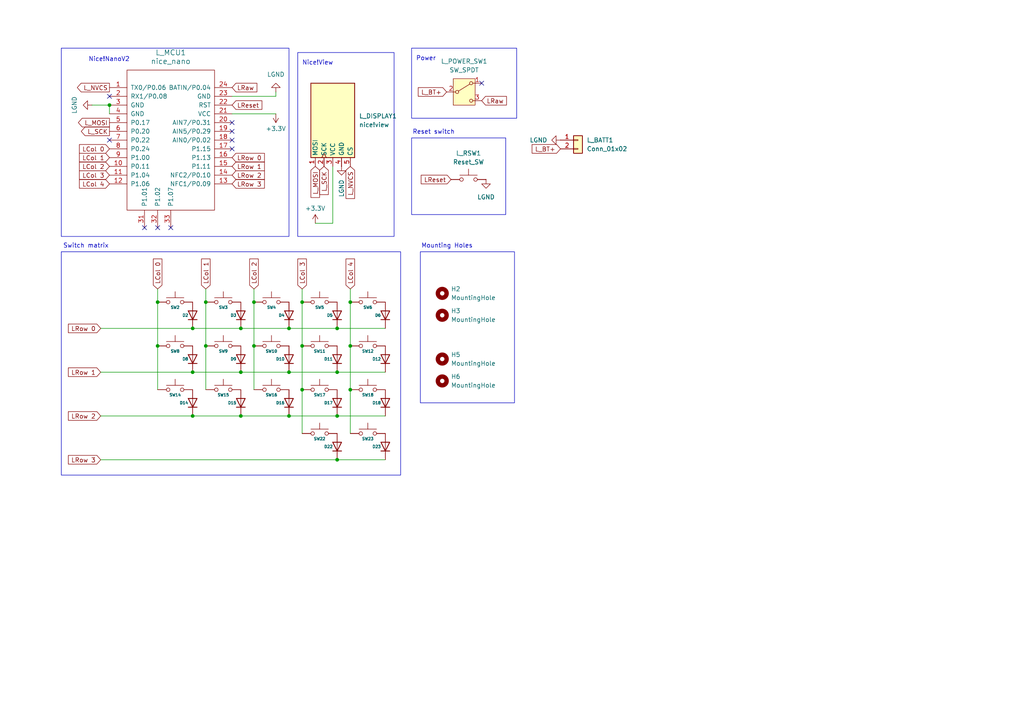
<source format=kicad_sch>
(kicad_sch (version 20231120) (generator "eeschema") (generator_version "8.0")
  (paper "A4")
  (lib_symbols
    (symbol "Connector_Generic:Conn_01x02" (pin_names (offset 1.016) hide)
      (property "Reference" "J" (at 0 2.54 0))
      (property "Value" "Conn_01x02" (at 0 -5.08 0))
      (symbol "Conn_01x02_1_1"
        (rectangle (start -1.27 -2.413) (end 0 -2.667) (stroke (width 0.1524)))
        (rectangle (start -1.27 0.127) (end 0 -0.127) (stroke (width 0.1524)))
        (rectangle (start -1.27 1.27) (end 1.27 -3.81) (stroke (width 0.254)) (fill (type background)))
        (pin passive line (at -5.08 0 0) (length 3.81) (name "Pin_1") (number "1"))
        (pin passive line (at -5.08 -2.54 0) (length 3.81) (name "Pin_2") (number "2"))
      )
    )
    (symbol "Device:D" (pin_numbers hide) (pin_names (offset 1.016) hide)
      (property "Reference" "D" (at 0 2.54 0))
      (property "Value" "D" (at 0 -2.54 0))
      (symbol "D_0_1"
        (polyline (pts (xy -1.27 1.27) (xy -1.27 -1.27)) (stroke (width 0.254)))
        (polyline (pts (xy 1.27 0) (xy -1.27 0)))
        (polyline (pts (xy 1.27 1.27) (xy 1.27 -1.27) (xy -1.27 0) (xy 1.27 1.27)) (stroke (width 0.254)))
      )
      (symbol "D_1_1"
        (pin passive line (at -3.81 0 0) (length 2.54) (name "K") (number "1"))
        (pin passive line (at 3.81 0 180) (length 2.54) (name "A") (number "2"))
      )
    )
    (symbol "Mechanical:MountingHole" (pin_names (offset 1.016)) (exclude_from_sim yes) (in_bom no)
      (property "Reference" "H" (at 0 5.08 0))
      (property "Value" "MountingHole" (at 0 3.175 0))
      (symbol "MountingHole_0_1"
        (circle (center 0 0) (radius 1.27) (stroke (width 1.27)))
      )
    )
    (symbol "Switch:SW_Push" (pin_numbers hide) (pin_names (offset 1.016) hide)
      (property "Reference" "SW" (at 1.27 2.54 0))
      (property "Value" "SW_Push" (at 0 -1.524 0))
      (symbol "SW_Push_0_1"
        (circle (center -2.032 0) (radius 0.508))
        (polyline (pts (xy 0 1.27) (xy 0 3.048)))
        (polyline (pts (xy 2.54 1.27) (xy -2.54 1.27)))
        (circle (center 2.032 0) (radius 0.508))
        (pin passive line (at -5.08 0 0) (length 2.54) (name "1") (number "1"))
        (pin passive line (at 5.08 0 180) (length 2.54) (name "2") (number "2"))
      )
    )
    (symbol "Switch:SW_SPDT" (pin_names (offset 0) hide)
      (property "Reference" "SW" (at 0 5.08 0))
      (property "Value" "SW_SPDT" (at 0 -5.08 0))
      (symbol "SW_SPDT_0_1"
        (circle (center -2.032 0) (radius 0.4572))
        (polyline (pts (xy -1.651 0.254) (xy 1.651 2.286)))
        (circle (center 2.032 -2.54) (radius 0.4572))
        (circle (center 2.032 2.54) (radius 0.4572))
      )
      (symbol "SW_SPDT_1_1"
        (rectangle (start -3.175 3.81) (end 3.175 -3.81) (fill (type background)))
        (pin passive line (at 5.08 2.54 180) (length 2.54) (name "A") (number "1"))
        (pin passive line (at -5.08 0 0) (length 2.54) (name "B") (number "2"))
        (pin passive line (at 5.08 -2.54 180) (length 2.54) (name "C") (number "3"))
      )
    )
    (symbol "nice_nano:nice!view"
      (property "Reference" "Display1" (at -3.81 1.2669 0))
      (property "Value" "nice!view" (at -3.81 -1.27 0))
      (symbol "nice!view_0_1"
        (rectangle (start -6.35 11.43) (end 6.35 -10.16) (stroke (width 0.254)) (fill (type background)))
      )
      (symbol "nice!view_1_1"
        (pin input line (at -5.08 -12.7 90) (length 2.54) (name "MOSI") (number "1"))
        (pin input clock (at -2.54 -12.7 90) (length 2.54) (name "SCK") (number "2"))
        (pin power_in line (at 0 -12.7 90) (length 2.54) (name "VCC") (number "3"))
        (pin power_out line (at 2.54 -12.7 90) (length 2.54) (name "GND") (number "4"))
        (pin passive line (at 5.08 -12.7 90) (length 2.54) (name "CS") (number "5"))
      )
    )
    (symbol "nice_nano:nice_nano" (pin_names (offset 1.016))
      (property "Reference" "U1" (at 0 23.4539 0))
      (property "Value" "nice_nano" (at 0 20.1749 0))
      (symbol "nice_nano_0_1"
        (rectangle (start -12.7 -21.59) (end 12.7 19.05))
      )
      (symbol "nice_nano_1_1"
        (pin input line (at -17.78 13.97 0) (length 5.08) (name "TX0/P0.06") (number "1"))
        (pin input line (at -17.78 -8.89 0) (length 5.08) (name "P0.11") (number "10"))
        (pin input line (at -17.78 -11.43 0) (length 5.08) (name "P1.04") (number "11"))
        (pin input line (at -17.78 -13.97 0) (length 5.08) (name "P1.06") (number "12"))
        (pin input line (at 17.78 -13.97 180) (length 5.08) (name "NFC1/P0.09") (number "13"))
        (pin input line (at 17.78 -11.43 180) (length 5.08) (name "NFC2/P0.10") (number "14"))
        (pin input line (at 17.78 -8.89 180) (length 5.08) (name "P1.11") (number "15"))
        (pin input line (at 17.78 -6.35 180) (length 5.08) (name "P1.13") (number "16"))
        (pin input line (at 17.78 -3.81 180) (length 5.08) (name "P1.15") (number "17"))
        (pin input line (at 17.78 -1.27 180) (length 5.08) (name "AIN0/P0.02") (number "18"))
        (pin input line (at 17.78 1.27 180) (length 5.08) (name "AIN5/P0.29") (number "19"))
        (pin input line (at -17.78 11.43 0) (length 5.08) (name "RX1/P0.08") (number "2"))
        (pin input line (at 17.78 3.81 180) (length 5.08) (name "AIN7/P0.31") (number "20"))
        (pin input line (at 17.78 6.35 180) (length 5.08) (name "VCC") (number "21"))
        (pin input line (at 17.78 8.89 180) (length 5.08) (name "RST") (number "22"))
        (pin input line (at 17.78 11.43 180) (length 5.08) (name "GND") (number "23"))
        (pin input line (at 17.78 13.97 180) (length 5.08) (name "BATIN/P0.04") (number "24"))
        (pin input line (at -17.78 8.89 0) (length 5.08) (name "GND") (number "3"))
        (pin input line (at -7.62 -26.67 90) (length 5.08) (name "P1.01") (number "31"))
        (pin input line (at -3.81 -26.67 90) (length 5.08) (name "P1.02") (number "32"))
        (pin input line (at 0 -26.67 90) (length 5.08) (name "P1.07") (number "33"))
        (pin input line (at -17.78 6.35 0) (length 5.08) (name "GND") (number "4"))
        (pin input line (at -17.78 3.81 0) (length 5.08) (name "P0.17") (number "5"))
        (pin input line (at -17.78 1.27 0) (length 5.08) (name "P0.20") (number "6"))
        (pin input line (at -17.78 -1.27 0) (length 5.08) (name "P0.22") (number "7"))
        (pin input line (at -17.78 -3.81 0) (length 5.08) (name "P0.24") (number "8"))
        (pin input line (at -17.78 -6.35 0) (length 5.08) (name "P1.00") (number "9"))
      )
    )
    (symbol "power:+3.3V" (power) (pin_numbers hide) (pin_names (offset 0) hide)
      (property "Value" "+3.3V" (at 0 3.556 0))
      (symbol "+3.3V_0_1"
        (polyline (pts (xy -0.762 1.27) (xy 0 2.54)))
        (polyline (pts (xy 0 0) (xy 0 2.54)))
        (polyline (pts (xy 0 2.54) (xy 0.762 1.27)))
      )
      (symbol "+3.3V_1_1"
        (pin power_in line (at 0 0 90) (length 0) (name "~") (number "1"))
      )
    )
    (symbol "power:GND" (power) (pin_numbers hide) (pin_names (offset 0) hide)
      (property "Value" "GND" (at 0 -3.81 0))
      (symbol "GND_0_1"
        (polyline (pts (xy 0 0) (xy 0 -1.27) (xy 1.27 -1.27) (xy 0 -2.54) (xy -1.27 -1.27) (xy 0 -1.27)))
      )
      (symbol "GND_1_1"
        (pin power_in line (at 0 0 270) (length 0) (name "~") (number "1"))
      )
    )
  )
  (junction (at 83.82 95.25))
  (junction (at 101.6 100.33))
  (junction (at 45.72 87.63))
  (junction (at 83.82 120.65))
  (junction (at 55.88 107.95))
  (junction (at 73.66 100.33))
  (junction (at 55.88 120.65))
  (junction (at 69.85 107.95))
  (junction (at 97.79 107.95))
  (junction (at 97.79 120.65))
  (junction (at 59.69 87.63))
  (junction (at 101.6 113.03))
  (junction (at 59.69 100.33))
  (junction (at 73.66 87.63))
  (junction (at 55.88 95.25))
  (junction (at 45.72 100.33))
  (junction (at 97.79 133.35))
  (junction (at 83.82 107.95))
  (junction (at 69.85 95.25))
  (junction (at 87.63 113.03))
  (junction (at 87.63 100.33))
  (junction (at 97.79 95.25))
  (junction (at 69.85 120.65))
  (junction (at 101.6 87.63))
  (junction (at 31.75 30.48))
  (junction (at 87.63 87.63))
  (no_connect (at 31.75 27.94))
  (no_connect (at 45.72 66.04))
  (no_connect (at 67.31 40.64))
  (no_connect (at 67.31 43.18))
  (no_connect (at 67.31 38.1))
  (no_connect (at 49.53 66.04))
  (no_connect (at 67.31 35.56))
  (no_connect (at 31.75 40.64))
  (no_connect (at 41.91 66.04))
  (no_connect (at 139.7 24.13))
  (wire (pts (xy 59.69 83.82) (xy 59.69 87.63)))
  (wire (pts (xy 97.79 120.65) (xy 111.76 120.65)))
  (wire (pts (xy 96.52 64.77) (xy 96.52 48.26)))
  (wire (pts (xy 55.88 95.25) (xy 69.85 95.25)))
  (wire (pts (xy 80.01 27.94) (xy 80.01 26.67)))
  (wire (pts (xy 55.88 120.65) (xy 69.85 120.65)))
  (wire (pts (xy 45.72 87.63) (xy 45.72 100.33)))
  (wire (pts (xy 87.63 83.82) (xy 87.63 87.63)))
  (wire (pts (xy 101.6 113.03) (xy 101.6 125.73)))
  (wire (pts (xy 101.6 83.82) (xy 101.6 87.63)))
  (wire (pts (xy 83.82 107.95) (xy 97.79 107.95)))
  (wire (pts (xy 59.69 87.63) (xy 59.69 100.33)))
  (wire (pts (xy 69.85 120.65) (xy 83.82 120.65)))
  (wire (pts (xy 67.31 33.02) (xy 80.01 33.02)))
  (wire (pts (xy 69.85 95.25) (xy 83.82 95.25)))
  (wire (pts (xy 97.79 95.25) (xy 111.76 95.25)))
  (wire (pts (xy 97.79 107.95) (xy 111.76 107.95)))
  (wire (pts (xy 101.6 100.33) (xy 101.6 113.03)))
  (wire (pts (xy 101.6 87.63) (xy 101.6 100.33)))
  (wire (pts (xy 55.88 107.95) (xy 69.85 107.95)))
  (wire (pts (xy 45.72 100.33) (xy 45.72 113.03)))
  (wire (pts (xy 26.67 30.48) (xy 31.75 30.48)))
  (wire (pts (xy 69.85 107.95) (xy 83.82 107.95)))
  (wire (pts (xy 29.21 107.95) (xy 55.88 107.95)))
  (wire (pts (xy 73.66 83.82) (xy 73.66 87.63)))
  (wire (pts (xy 45.72 83.82) (xy 45.72 87.63)))
  (wire (pts (xy 83.82 95.25) (xy 97.79 95.25)))
  (wire (pts (xy 91.44 64.77) (xy 96.52 64.77)))
  (wire (pts (xy 87.63 87.63) (xy 87.63 100.33)))
  (wire (pts (xy 87.63 100.33) (xy 87.63 113.03)))
  (wire (pts (xy 67.31 27.94) (xy 80.01 27.94)))
  (wire (pts (xy 83.82 120.65) (xy 97.79 120.65)))
  (wire (pts (xy 97.79 133.35) (xy 111.76 133.35)))
  (wire (pts (xy 73.66 87.63) (xy 73.66 100.33)))
  (wire (pts (xy 87.63 113.03) (xy 87.63 125.73)))
  (wire (pts (xy 29.21 133.35) (xy 97.79 133.35)))
  (wire (pts (xy 59.69 100.33) (xy 59.69 113.03)))
  (wire (pts (xy 73.66 100.33) (xy 73.66 113.03)))
  (wire (pts (xy 29.21 120.65) (xy 55.88 120.65)))
  (wire (pts (xy 29.21 95.25) (xy 55.88 95.25)))
  (wire (pts (xy 31.75 33.02) (xy 31.75 30.48)))
  (rectangle (start 119.38 13.97) (end 149.86 34.29))
  (rectangle (start 17.78 13.97) (end 83.82 68.58))
  (rectangle (start 119.38 40.005) (end 146.685 62.23))
  (rectangle (start 86.36 15.24) (end 114.3 68.58))
  (rectangle (start 121.92 73.025) (end 149.225 116.84))
  (rectangle (start 17.78 73.025) (end 116.205 137.795))
  (text "Switch matrix" (at 18.288 72.136 0) (effects (font (size 1.27 1.27)) (justify left bottom)))
  (text "Nice!View\n" (at 87.63 19.05 0) (effects (font (size 1.27 1.27)) (justify left bottom)))
  (text "Mounting Holes" (at 122.174 72.136 0) (effects (font (size 1.27 1.27)) (justify left bottom)))
  (text "Nice!NanoV2\n" (at 25.654 18.034 0) (effects (font (size 1.27 1.27)) (justify left bottom)))
  (text "Power" (at 120.65 17.78 0) (effects (font (size 1.27 1.27)) (justify left bottom)))
  (text "Reset switch" (at 119.634 39.116 0) (effects (font (size 1.27 1.27)) (justify left bottom)))
  (global_label "LRow 1" (shape input) (at 67.31 48.26 0) (property "Intersheetrefs" "${INTERSHEET_REFS}" (effects (hide yes))))
  (global_label "LRow 2" (shape input) (at 29.21 120.65 180) (property "Intersheetrefs" "${INTERSHEET_REFS}" (effects (hide yes))))
  (global_label "LCol 1" (shape input) (at 31.75 45.72 180) (property "Intersheetrefs" "${INTERSHEET_REFS}" (effects (hide yes))))
  (global_label "LRaw" (shape input) (at 139.7 29.21 0) (property "Intersheetrefs" "${INTERSHEET_REFS}" (effects (hide yes))))
  (global_label "LRow 3" (shape input) (at 67.31 53.34 0) (property "Intersheetrefs" "${INTERSHEET_REFS}" (effects (hide yes))))
  (global_label "L_MOSI" (shape output) (at 31.75 35.56 180) (property "Intersheetrefs" "${INTERSHEET_REFS}" (effects (hide yes))))
  (global_label "LCol 4" (shape input) (at 31.75 53.34 180) (property "Intersheetrefs" "${INTERSHEET_REFS}" (effects (hide yes))))
  (global_label "LCol 2" (shape input) (at 73.66 83.82 90) (property "Intersheetrefs" "${INTERSHEET_REFS}" (effects (hide yes))))
  (global_label "LRow 3" (shape input) (at 29.21 133.35 180) (property "Intersheetrefs" "${INTERSHEET_REFS}" (effects (hide yes))))
  (global_label "LCol 4" (shape input) (at 101.6 83.82 90) (property "Intersheetrefs" "${INTERSHEET_REFS}" (effects (hide yes))))
  (global_label "LCol 2" (shape input) (at 31.75 48.26 180) (property "Intersheetrefs" "${INTERSHEET_REFS}" (effects (hide yes))))
  (global_label "L_BT+" (shape input) (at 162.56 43.18 180) (property "Intersheetrefs" "${INTERSHEET_REFS}" (effects (hide yes))))
  (global_label "L_BT+" (shape input) (at 129.54 26.67 180) (property "Intersheetrefs" "${INTERSHEET_REFS}" (effects (hide yes))))
  (global_label "LReset" (shape input) (at 130.81 52.07 180) (property "Intersheetrefs" "${INTERSHEET_REFS}" (effects (hide yes))))
  (global_label "LRaw" (shape input) (at 67.31 25.4 0) (property "Intersheetrefs" "${INTERSHEET_REFS}" (effects (hide yes))))
  (global_label "LCol 0" (shape input) (at 45.72 83.82 90) (property "Intersheetrefs" "${INTERSHEET_REFS}" (effects (hide yes))))
  (global_label "LCol 3" (shape input) (at 31.75 50.8 180) (property "Intersheetrefs" "${INTERSHEET_REFS}" (effects (hide yes))))
  (global_label "LRow 0" (shape input) (at 67.31 45.72 0) (property "Intersheetrefs" "${INTERSHEET_REFS}" (effects (hide yes))))
  (global_label "L_NVCS" (shape input) (at 101.6 48.26 270) (property "Intersheetrefs" "${INTERSHEET_REFS}" (effects (hide yes))))
  (global_label "LCol 0" (shape input) (at 31.75 43.18 180) (property "Intersheetrefs" "${INTERSHEET_REFS}" (effects (hide yes))))
  (global_label "LRow 2" (shape input) (at 67.31 50.8 0) (property "Intersheetrefs" "${INTERSHEET_REFS}" (effects (hide yes))))
  (global_label "L_SCK" (shape output) (at 31.75 38.1 180) (property "Intersheetrefs" "${INTERSHEET_REFS}" (effects (hide yes))))
  (global_label "LRow 1" (shape input) (at 29.21 107.95 180) (property "Intersheetrefs" "${INTERSHEET_REFS}" (effects (hide yes))))
  (global_label "LCol 1" (shape input) (at 59.69 83.82 90) (property "Intersheetrefs" "${INTERSHEET_REFS}" (effects (hide yes))))
  (global_label "LReset" (shape input) (at 67.31 30.48 0) (property "Intersheetrefs" "${INTERSHEET_REFS}" (effects (hide yes))))
  (global_label "L_SCK" (shape input) (at 93.98 48.26 270) (property "Intersheetrefs" "${INTERSHEET_REFS}" (effects (hide yes))))
  (global_label "LCol 3" (shape input) (at 87.63 83.82 90) (property "Intersheetrefs" "${INTERSHEET_REFS}" (effects (hide yes))))
  (global_label "L_MOSI" (shape input) (at 91.44 48.26 270) (property "Intersheetrefs" "${INTERSHEET_REFS}" (effects (hide yes))))
  (global_label "L_NVCS" (shape output) (at 31.75 25.4 180) (property "Intersheetrefs" "${INTERSHEET_REFS}" (effects (hide yes))))
  (global_label "LRow 0" (shape input) (at 29.21 95.25 180) (property "Intersheetrefs" "${INTERSHEET_REFS}" (effects (hide yes))))
  (symbol (lib_id "Switch:SW_Push") (at 92.71 100.33 0) (unit 1)
    (property "Reference" "SW11" (at 92.71 101.854 0) (effects (font (size 0.8128 0.8128))))
    (property "Value" "SW_Push" (effects (hide yes)))
    (property "Footprint" "axseem:SW_MX_Choc-v1v2_Hotswap" (effects (hide yes)))
    (property "Description" "Push button switch, generic, two pins" (effects (hide yes)))
  )
  (symbol (lib_id "Switch:SW_Push") (at 64.77 100.33 0) (unit 1)
    (property "Reference" "SW9" (at 64.77 101.854 0) (effects (font (size 0.8128 0.8128))))
    (property "Value" "SW_Push" (effects (hide yes)))
    (property "Footprint" "axseem:SW_MX_Choc-v1v2_Hotswap" (effects (hide yes)))
    (property "Description" "Push button switch, generic, two pins" (effects (hide yes)))
  )
  (symbol (lib_id "Switch:SW_Push") (at 64.77 113.03 0) (unit 1)
    (property "Reference" "SW15" (at 64.77 114.554 0) (effects (font (size 0.8128 0.8128))))
    (property "Value" "SW_Push" (effects (hide yes)))
    (property "Footprint" "axseem:SW_MX_Choc-v1v2_Hotswap" (effects (hide yes)))
    (property "Description" "Push button switch, generic, two pins" (effects (hide yes)))
  )
  (symbol (lib_id "power:GND") (at 99.06 48.26 0) (unit 1)
    (property "Reference" "#PWR05" (effects (hide yes)))
    (property "Value" "LGND" (at 99.0599 52.07 90) (effects (justify right)))
    (property "Description" "Power symbol creates a global label with name \"GND\" , ground" (effects (hide yes)))
  )
  (symbol (lib_id "power:GND") (at 140.97 52.07 0) (unit 1)
    (property "Reference" "#PWR09" (effects (hide yes)))
    (property "Value" "LGND" (at 140.97 57.15 0))
    (property "Description" "Power symbol creates a global label with name \"GND\" , ground" (effects (hide yes)))
  )
  (symbol (lib_id "Switch:SW_Push") (at 106.68 100.33 0) (unit 1)
    (property "Reference" "SW12" (at 106.68 101.854 0) (effects (font (size 0.8128 0.8128))))
    (property "Value" "SW_Push" (effects (hide yes)))
    (property "Footprint" "axseem:SW_MX_Choc-v1v2_Hotswap" (effects (hide yes)))
    (property "Description" "Push button switch, generic, two pins" (effects (hide yes)))
  )
  (symbol (lib_id "Mechanical:MountingHole") (at 128.27 85.09 0) (unit 1) (exclude_from_sim yes) (in_bom no)
    (property "Reference" "H2" (at 130.81 83.8199 0) (effects (justify left)))
    (property "Value" "MountingHole" (at 130.81 86.3599 0) (effects (justify left)))
    (property "Footprint" "MountingHole:MountingHole_2.2mm_M2" (effects (hide yes)))
    (property "Description" "Mounting Hole without connection" (effects (hide yes)))
  )
  (symbol (lib_id "Switch:SW_SPDT") (at 134.62 26.67 0) (unit 1)
    (property "Reference" "L_POWER_SW1" (at 134.62 17.78 0))
    (property "Value" "SW_SPDT" (at 134.62 20.32 0))
    (property "Footprint" "axseem:smt-slider-switch" (effects (hide yes)))
    (property "Description" "Switch, single pole double throw" (effects (hide yes)))
  )
  (symbol (lib_id "Switch:SW_Push") (at 106.68 113.03 0) (unit 1)
    (property "Reference" "SW18" (at 106.68 114.554 0) (effects (font (size 0.8128 0.8128))))
    (property "Value" "SW_Push" (effects (hide yes)))
    (property "Footprint" "axseem:SW_MX_Choc-v1v2_Hotswap" (effects (hide yes)))
    (property "Description" "Push button switch, generic, two pins" (effects (hide yes)))
  )
  (symbol (lib_id "power:GND") (at 162.56 40.64 270) (unit 1)
    (property "Reference" "#PWR04" (effects (hide yes)))
    (property "Value" "LGND" (at 158.75 40.6399 90) (effects (justify right)))
    (property "Description" "Power symbol creates a global label with name \"GND\" , ground" (effects (hide yes)))
  )
  (symbol (lib_id "Device:D") (at 111.76 91.44 90) (unit 1)
    (property "Reference" "D6" (at 110.49 91.44 90) (effects (font (size 0.8128 0.8128)) (justify left)))
    (property "Value" "D" (effects (hide yes)))
    (property "Footprint" "axseem:D_SOD-123_Handsoldering" (effects (hide yes)))
    (property "Description" "Diode" (effects (hide yes)))
    (property "Sim.Device" "D" (effects (hide yes)))
    (property "Sim.Pins" "1=K 2=A" (effects (hide yes)))
  )
  (symbol (lib_id "Mechanical:MountingHole") (at 128.27 110.49 0) (unit 1) (exclude_from_sim yes) (in_bom no)
    (property "Reference" "H6" (at 130.81 109.2199 0) (effects (justify left)))
    (property "Value" "MountingHole" (at 130.81 111.7599 0) (effects (justify left)))
    (property "Footprint" "MountingHole:MountingHole_2.2mm_M2" (effects (hide yes)))
    (property "Description" "Mounting Hole without connection" (effects (hide yes)))
  )
  (symbol (lib_id "power:GND") (at 80.01 26.67 180) (unit 1)
    (property "Reference" "#PWR011" (effects (hide yes)))
    (property "Value" "LGND" (at 80.01 21.59 0))
    (property "Description" "Power symbol creates a global label with name \"GND\" , ground" (effects (hide yes)))
  )
  (symbol (lib_id "Device:D") (at 83.82 104.14 90) (unit 1)
    (property "Reference" "D10" (at 82.55 104.14 90) (effects (font (size 0.8128 0.8128)) (justify left)))
    (property "Value" "D" (effects (hide yes)))
    (property "Footprint" "axseem:D_SOD-123_Handsoldering" (effects (hide yes)))
    (property "Description" "Diode" (effects (hide yes)))
    (property "Sim.Device" "D" (effects (hide yes)))
    (property "Sim.Pins" "1=K 2=A" (effects (hide yes)))
  )
  (symbol (lib_id "Device:D") (at 55.88 104.14 90) (unit 1)
    (property "Reference" "D8" (at 54.61 104.14 90) (effects (font (size 0.8128 0.8128)) (justify left)))
    (property "Value" "D" (effects (hide yes)))
    (property "Footprint" "axseem:D_SOD-123_Handsoldering" (effects (hide yes)))
    (property "Description" "Diode" (effects (hide yes)))
    (property "Sim.Device" "D" (effects (hide yes)))
    (property "Sim.Pins" "1=K 2=A" (effects (hide yes)))
  )
  (symbol (lib_id "Switch:SW_Push") (at 64.77 87.63 0) (unit 1)
    (property "Reference" "SW3" (at 64.77 89.154 0) (effects (font (size 0.8128 0.8128))))
    (property "Value" "SW_Push" (effects (hide yes)))
    (property "Footprint" "axseem:SW_MX_Choc-v1v2_Hotswap" (effects (hide yes)))
    (property "Description" "Push button switch, generic, two pins" (effects (hide yes)))
  )
  (symbol (lib_id "Switch:SW_Push") (at 78.74 113.03 0) (unit 1)
    (property "Reference" "SW16" (at 78.74 114.554 0) (effects (font (size 0.8128 0.8128))))
    (property "Value" "SW_Push" (effects (hide yes)))
    (property "Footprint" "axseem:SW_MX_Choc-v1v2_Hotswap" (effects (hide yes)))
    (property "Description" "Push button switch, generic, two pins" (effects (hide yes)))
  )
  (symbol (lib_id "Switch:SW_Push") (at 106.68 125.73 0) (unit 1)
    (property "Reference" "SW23" (at 106.68 127.254 0) (effects (font (size 0.8128 0.8128))))
    (property "Value" "SW_Push" (effects (hide yes)))
    (property "Footprint" "axseem:SW_MX_Choc-v1v2_Hotswap" (effects (hide yes)))
    (property "Description" "Push button switch, generic, two pins" (effects (hide yes)))
  )
  (symbol (lib_id "Connector_Generic:Conn_01x02") (at 167.64 40.64 0) (unit 1)
    (property "Reference" "L_BATT1" (at 170.18 40.6399 0) (effects (justify left)))
    (property "Value" "Conn_01x02" (at 170.18 43.1799 0) (effects (justify left)))
    (property "Footprint" "Connector_JST:JST_PH_S2B-PH-K_1x02_P2.00mm_Horizontal" (effects (hide yes)))
    (property "Description" "Generic connector, single row, 01x02, script generated (kicad-library-utils/schlib/autogen/connector/)" (effects (hide yes)))
  )
  (symbol (lib_id "Mechanical:MountingHole") (at 128.27 104.14 0) (unit 1) (exclude_from_sim yes) (in_bom no)
    (property "Reference" "H5" (at 130.81 102.8699 0) (effects (justify left)))
    (property "Value" "MountingHole" (at 130.81 105.4099 0) (effects (justify left)))
    (property "Footprint" "MountingHole:MountingHole_2.2mm_M2" (effects (hide yes)))
    (property "Description" "Mounting Hole without connection" (effects (hide yes)))
  )
  (symbol (lib_id "power:GND") (at 26.67 30.48 270) (unit 1)
    (property "Reference" "#PWR021" (effects (hide yes)))
    (property "Value" "LGND" (at 21.59 30.48 0))
    (property "Description" "Power symbol creates a global label with name \"GND\" , ground" (effects (hide yes)))
  )
  (symbol (lib_id "Switch:SW_Push") (at 92.71 125.73 0) (unit 1)
    (property "Reference" "SW22" (at 92.71 127.254 0) (effects (font (size 0.8128 0.8128))))
    (property "Value" "SW_Push" (effects (hide yes)))
    (property "Footprint" "axseem:SW_MX_Choc-v1v2_Hotswap" (effects (hide yes)))
    (property "Description" "Push button switch, generic, two pins" (effects (hide yes)))
  )
  (symbol (lib_id "Device:D") (at 111.76 129.54 90) (unit 1)
    (property "Reference" "D23" (at 110.49 129.54 90) (effects (font (size 0.8128 0.8128)) (justify left)))
    (property "Value" "D" (effects (hide yes)))
    (property "Footprint" "axseem:D_SOD-123_Handsoldering" (effects (hide yes)))
    (property "Description" "Diode" (effects (hide yes)))
    (property "Sim.Device" "D" (effects (hide yes)))
    (property "Sim.Pins" "1=K 2=A" (effects (hide yes)))
  )
  (symbol (lib_id "Switch:SW_Push") (at 50.8 100.33 0) (unit 1)
    (property "Reference" "SW8" (at 50.8 101.854 0) (effects (font (size 0.8128 0.8128))))
    (property "Value" "SW_Push" (effects (hide yes)))
    (property "Footprint" "axseem:SW_MX_Choc-v1v2_Hotswap" (effects (hide yes)))
    (property "Description" "Push button switch, generic, two pins" (effects (hide yes)))
  )
  (symbol (lib_id "Device:D") (at 97.79 91.44 90) (unit 1)
    (property "Reference" "D5" (at 96.52 91.44 90) (effects (font (size 0.8128 0.8128)) (justify left)))
    (property "Value" "D" (effects (hide yes)))
    (property "Footprint" "axseem:D_SOD-123_Handsoldering" (effects (hide yes)))
    (property "Description" "Diode" (effects (hide yes)))
    (property "Sim.Device" "D" (effects (hide yes)))
    (property "Sim.Pins" "1=K 2=A" (effects (hide yes)))
  )
  (symbol (lib_id "nice_nano:nice!view") (at 96.52 35.56 0) (unit 1)
    (property "Reference" "L_DISPLAY1" (at 104.14 33.6549 0) (effects (justify left)))
    (property "Value" "nice!view" (at 104.14 36.1949 0) (effects (justify left)))
    (property "Footprint" "axseem:nice_view" (effects (hide yes)))
    (property "Datasheet" "https://nicekeyboards.com/docs/nice-view/pinout-schematic" (effects (hide yes)))
  )
  (symbol (lib_id "Device:D") (at 111.76 104.14 90) (unit 1)
    (property "Reference" "D12" (at 110.49 104.14 90) (effects (font (size 0.8128 0.8128)) (justify left)))
    (property "Value" "D" (effects (hide yes)))
    (property "Footprint" "axseem:D_SOD-123_Handsoldering" (effects (hide yes)))
    (property "Description" "Diode" (effects (hide yes)))
    (property "Sim.Device" "D" (effects (hide yes)))
    (property "Sim.Pins" "1=K 2=A" (effects (hide yes)))
  )
  (symbol (lib_id "Device:D") (at 83.82 91.44 90) (unit 1)
    (property "Reference" "D4" (at 82.55 91.44 90) (effects (font (size 0.8128 0.8128)) (justify left)))
    (property "Value" "D" (effects (hide yes)))
    (property "Footprint" "axseem:D_SOD-123_Handsoldering" (effects (hide yes)))
    (property "Description" "Diode" (effects (hide yes)))
    (property "Sim.Device" "D" (effects (hide yes)))
    (property "Sim.Pins" "1=K 2=A" (effects (hide yes)))
  )
  (symbol (lib_id "Device:D") (at 55.88 91.44 90) (unit 1)
    (property "Reference" "D2" (at 54.61 91.44 90) (effects (font (size 0.8128 0.8128)) (justify left)))
    (property "Value" "D" (effects (hide yes)))
    (property "Footprint" "axseem:D_SOD-123_Handsoldering" (effects (hide yes)))
    (property "Description" "Diode" (effects (hide yes)))
    (property "Sim.Device" "D" (effects (hide yes)))
    (property "Sim.Pins" "1=K 2=A" (effects (hide yes)))
  )
  (symbol (lib_id "Switch:SW_Push") (at 92.71 87.63 0) (unit 1)
    (property "Reference" "SW5" (at 92.71 89.154 0) (effects (font (size 0.8128 0.8128))))
    (property "Value" "SW_Push" (effects (hide yes)))
    (property "Footprint" "axseem:SW_MX_Choc-v1v2_Hotswap" (effects (hide yes)))
    (property "Description" "Push button switch, generic, two pins" (effects (hide yes)))
  )
  (symbol (lib_id "nice_nano:nice_nano") (at 49.53 39.37 0) (unit 1)
    (property "Reference" "L_MCU1" (at 49.53 15.24 0) (effects (font (size 1.524 1.524))))
    (property "Value" "nice_nano" (at 49.53 17.78 0) (effects (font (size 1.524 1.524))))
    (property "Footprint" "axseem:nice_nano" (effects (hide yes)))
  )
  (symbol (lib_id "Device:D") (at 97.79 116.84 90) (unit 1)
    (property "Reference" "D17" (at 96.52 116.84 90) (effects (font (size 0.8128 0.8128)) (justify left)))
    (property "Value" "D" (effects (hide yes)))
    (property "Footprint" "axseem:D_SOD-123_Handsoldering" (effects (hide yes)))
    (property "Description" "Diode" (effects (hide yes)))
    (property "Sim.Device" "D" (effects (hide yes)))
    (property "Sim.Pins" "1=K 2=A" (effects (hide yes)))
  )
  (symbol (lib_id "Switch:SW_Push") (at 135.89 52.07 0) (unit 1)
    (property "Reference" "L_RSW1" (at 135.89 44.45 0))
    (property "Value" "Reset_SW" (at 135.89 46.99 0))
    (property "Footprint" "axseem:SMD_RESET" (effects (hide yes)))
    (property "Description" "Push button switch, generic, two pins" (effects (hide yes)))
  )
  (symbol (lib_id "Device:D") (at 69.85 116.84 90) (unit 1)
    (property "Reference" "D15" (at 68.58 116.84 90) (effects (font (size 0.8128 0.8128)) (justify left)))
    (property "Value" "D" (effects (hide yes)))
    (property "Footprint" "axseem:D_SOD-123_Handsoldering" (effects (hide yes)))
    (property "Description" "Diode" (effects (hide yes)))
    (property "Sim.Device" "D" (effects (hide yes)))
    (property "Sim.Pins" "1=K 2=A" (effects (hide yes)))
  )
  (symbol (lib_id "Switch:SW_Push") (at 78.74 100.33 0) (unit 1)
    (property "Reference" "SW10" (at 78.74 101.854 0) (effects (font (size 0.8128 0.8128))))
    (property "Value" "SW_Push" (effects (hide yes)))
    (property "Footprint" "axseem:SW_MX_Choc-v1v2_Hotswap" (effects (hide yes)))
    (property "Description" "Push button switch, generic, two pins" (effects (hide yes)))
  )
  (symbol (lib_id "Device:D") (at 111.76 116.84 90) (unit 1)
    (property "Reference" "D18" (at 110.49 116.84 90) (effects (font (size 0.8128 0.8128)) (justify left)))
    (property "Value" "D" (effects (hide yes)))
    (property "Footprint" "axseem:D_SOD-123_Handsoldering" (effects (hide yes)))
    (property "Description" "Diode" (effects (hide yes)))
    (property "Sim.Device" "D" (effects (hide yes)))
    (property "Sim.Pins" "1=K 2=A" (effects (hide yes)))
  )
  (symbol (lib_id "Device:D") (at 69.85 91.44 90) (unit 1)
    (property "Reference" "D3" (at 68.58 91.44 90) (effects (font (size 0.8128 0.8128)) (justify left)))
    (property "Value" "D" (effects (hide yes)))
    (property "Footprint" "axseem:D_SOD-123_Handsoldering" (effects (hide yes)))
    (property "Description" "Diode" (effects (hide yes)))
    (property "Sim.Device" "D" (effects (hide yes)))
    (property "Sim.Pins" "1=K 2=A" (effects (hide yes)))
  )
  (symbol (lib_id "Device:D") (at 69.85 104.14 90) (unit 1)
    (property "Reference" "D9" (at 68.58 104.14 90) (effects (font (size 0.8128 0.8128)) (justify left)))
    (property "Value" "D" (effects (hide yes)))
    (property "Footprint" "axseem:D_SOD-123_Handsoldering" (effects (hide yes)))
    (property "Description" "Diode" (effects (hide yes)))
    (property "Sim.Device" "D" (effects (hide yes)))
    (property "Sim.Pins" "1=K 2=A" (effects (hide yes)))
  )
  (symbol (lib_id "Device:D") (at 97.79 129.54 90) (unit 1)
    (property "Reference" "D22" (at 96.52 129.54 90) (effects (font (size 0.8128 0.8128)) (justify left)))
    (property "Value" "D" (effects (hide yes)))
    (property "Footprint" "axseem:D_SOD-123_Handsoldering" (effects (hide yes)))
    (property "Description" "Diode" (effects (hide yes)))
    (property "Sim.Device" "D" (effects (hide yes)))
    (property "Sim.Pins" "1=K 2=A" (effects (hide yes)))
  )
  (symbol (lib_id "Switch:SW_Push") (at 106.68 87.63 0) (unit 1)
    (property "Reference" "SW6" (at 106.68 89.154 0) (effects (font (size 0.8128 0.8128))))
    (property "Value" "SW_Push" (effects (hide yes)))
    (property "Footprint" "axseem:SW_MX_Choc-v1v2_Hotswap" (effects (hide yes)))
    (property "Description" "Push button switch, generic, two pins" (effects (hide yes)))
  )
  (symbol (lib_id "Switch:SW_Push") (at 92.71 113.03 0) (unit 1)
    (property "Reference" "SW17" (at 92.71 114.554 0) (effects (font (size 0.8128 0.8128))))
    (property "Value" "SW_Push" (effects (hide yes)))
    (property "Footprint" "axseem:SW_MX_Choc-v1v2_Hotswap" (effects (hide yes)))
    (property "Description" "Push button switch, generic, two pins" (effects (hide yes)))
  )
  (symbol (lib_id "Switch:SW_Push") (at 78.74 87.63 0) (unit 1)
    (property "Reference" "SW4" (at 78.74 89.154 0) (effects (font (size 0.8128 0.8128))))
    (property "Value" "SW_Push" (effects (hide yes)))
    (property "Footprint" "axseem:SW_MX_Choc-v1v2_Hotswap" (effects (hide yes)))
    (property "Description" "Push button switch, generic, two pins" (effects (hide yes)))
  )
  (symbol (lib_id "Device:D") (at 97.79 104.14 90) (unit 1)
    (property "Reference" "D11" (at 96.52 104.14 90) (effects (font (size 0.8128 0.8128)) (justify left)))
    (property "Value" "D" (effects (hide yes)))
    (property "Footprint" "axseem:D_SOD-123_Handsoldering" (effects (hide yes)))
    (property "Description" "Diode" (effects (hide yes)))
    (property "Sim.Device" "D" (effects (hide yes)))
    (property "Sim.Pins" "1=K 2=A" (effects (hide yes)))
  )
  (symbol (lib_id "Device:D") (at 55.88 116.84 90) (unit 1)
    (property "Reference" "D14" (at 54.61 116.84 90) (effects (font (size 0.8128 0.8128)) (justify left)))
    (property "Value" "D" (effects (hide yes)))
    (property "Footprint" "axseem:D_SOD-123_Handsoldering" (effects (hide yes)))
    (property "Description" "Diode" (effects (hide yes)))
    (property "Sim.Device" "D" (effects (hide yes)))
    (property "Sim.Pins" "1=K 2=A" (effects (hide yes)))
  )
  (symbol (lib_id "power:+3.3V") (at 80.01 33.02 180) (unit 1)
    (property "Reference" "#PWR015" (effects (hide yes)))
    (property "Value" "+3.3V" (at 80.01 37.338 0))
    (property "Description" "Power symbol creates a global label with name \"+3.3V\"" (effects (hide yes)))
  )
  (symbol (lib_id "Switch:SW_Push") (at 50.8 87.63 0) (unit 1)
    (property "Reference" "SW2" (at 50.8 89.154 0) (effects (font (size 0.8128 0.8128))))
    (property "Value" "SW_Push" (effects (hide yes)))
    (property "Footprint" "axseem:SW_MX_Choc-v1v2_Hotswap" (effects (hide yes)))
    (property "Description" "Push button switch, generic, two pins" (effects (hide yes)))
  )
  (symbol (lib_id "Mechanical:MountingHole") (at 128.27 91.44 0) (unit 1) (exclude_from_sim yes) (in_bom no)
    (property "Reference" "H3" (at 130.81 90.1699 0) (effects (justify left)))
    (property "Value" "MountingHole" (at 130.81 92.7099 0) (effects (justify left)))
    (property "Footprint" "MountingHole:MountingHole_2.2mm_M2" (effects (hide yes)))
    (property "Description" "Mounting Hole without connection" (effects (hide yes)))
  )
  (symbol (lib_id "power:+3.3V") (at 91.44 64.77 0) (unit 1)
    (property "Reference" "#PWR010" (effects (hide yes)))
    (property "Value" "+3.3V" (at 91.44 60.452 0))
    (property "Description" "Power symbol creates a global label with name \"+3.3V\"" (effects (hide yes)))
  )
  (symbol (lib_id "Switch:SW_Push") (at 50.8 113.03 0) (unit 1)
    (property "Reference" "SW14" (at 50.8 114.554 0) (effects (font (size 0.8128 0.8128))))
    (property "Value" "SW_Push" (effects (hide yes)))
    (property "Footprint" "axseem:SW_MX_Choc-v1v2_Hotswap" (effects (hide yes)))
    (property "Description" "Push button switch, generic, two pins" (effects (hide yes)))
  )
  (symbol (lib_id "Device:D") (at 83.82 116.84 90) (unit 1)
    (property "Reference" "D16" (at 82.55 116.84 90) (effects (font (size 0.8128 0.8128)) (justify left)))
    (property "Value" "D" (effects (hide yes)))
    (property "Footprint" "axseem:D_SOD-123_Handsoldering" (effects (hide yes)))
    (property "Description" "Diode" (effects (hide yes)))
    (property "Sim.Device" "D" (effects (hide yes)))
    (property "Sim.Pins" "1=K 2=A" (effects (hide yes)))
  )
)
</source>
